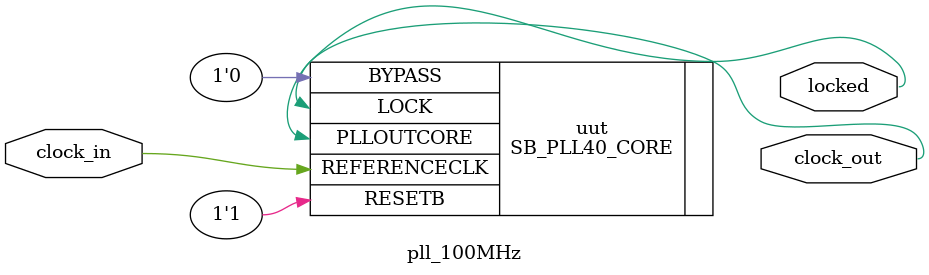
<source format=v>
/**
 * PLL configuration
 *
 * This Verilog module was generated automatically
 * using the icepll tool from the IceStorm project.
 * Use at your own risk.
 *
 * Given input frequency:        12.000 MHz
 * Requested output frequency:   50.000 MHz
 * Achieved output frequency:    50.250 MHz
 */

module pll_100MHz(
	input  clock_in,
	output clock_out,
	output locked
	);

SB_PLL40_CORE #(
		.FEEDBACK_PATH("SIMPLE"),
		.DIVR(4'b0000),		// DIVR =  0
		.DIVF(7'b1000010),	// DIVF = 66
		.DIVQ(3'b100),		// DIVQ =  4
		.FILTER_RANGE(3'b001)	// FILTER_RANGE = 1
	) uut (
		.LOCK(locked),
		.RESETB(1'b1),
		.BYPASS(1'b0),
		.REFERENCECLK(clock_in),
		.PLLOUTCORE(clock_out)
		);

endmodule

</source>
